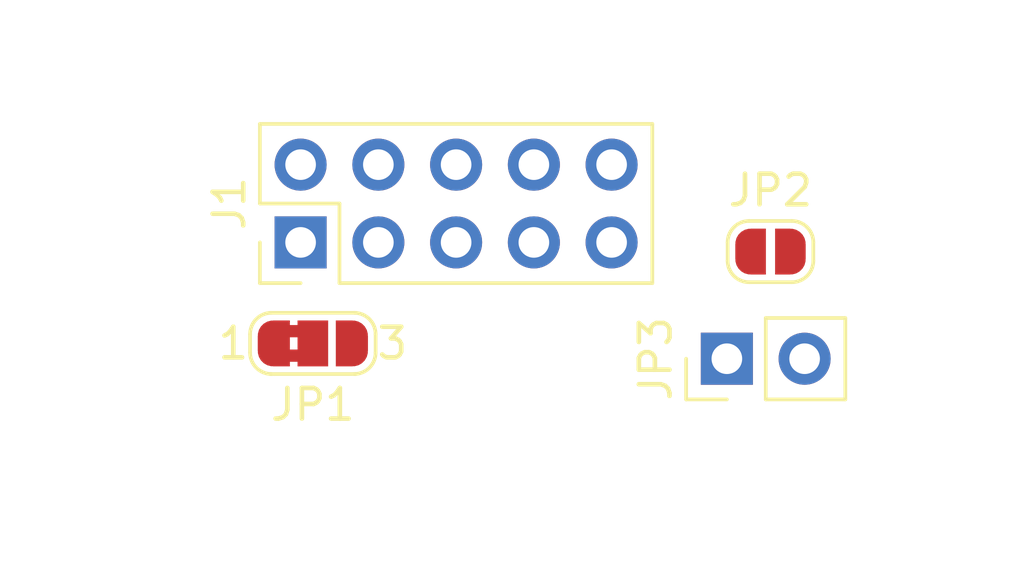
<source format=kicad_pcb>
(kicad_pcb (version 20240108) (generator "pcbnew") (generator_version "8.0")
  (layers (0 "F.Cu" signal) (31 "B.Cu" signal) (34 "B.Paste" user) (35 "F.Paste" user) (36 "B.SilkS" user "B.Silkscreen") (37 "F.SilkS" user "F.Silkscreen") (38 "B.Mask" user) (39 "F.Mask" user) (44 "Edge.Cuts" user))
  (net 0 "")
  (net 1 "/RXD")
  (net 4 "/TXD")
  (net 5 "+5V")
  (net 6 "+3V3")
  (net 8 "GND")
  (net 9 "Net-(JP1-A)")
  (net 10 "VDD")
  (footprint "Jumper:SolderJumper-2_P1.3mm_Open_RoundedPad1.0x1.5mm" (layer "F.Cu") (at 70.15 40)
    (property "Reference" "JP2" (at 0 -2 0) (layer "F.SilkS"))
    (property "Value" "SolderJumper_2_Open")
    (fp_line (start -1.4 0.3) (end -1.4 -0.3) (stroke (width 0.12)) (layer "F.SilkS"))
    (fp_line (start -0.7 -1) (end 0.7 -1) (stroke (width 0.12)) (layer "F.SilkS"))
    (fp_line (start 0.7 1) (end -0.7 1) (stroke (width 0.12)) (layer "F.SilkS"))
    (fp_line (start 1.4 -0.3) (end 1.4 0.3) (stroke (width 0.12)) (layer "F.SilkS"))
    (fp_arc (start -1.4 -0.3) (mid -1.194975 -0.794975) (end -0.7 -1) (stroke (width 0.12)) (layer "F.SilkS"))
    (fp_arc (start -0.7 1) (mid -1.194975 0.794975) (end -1.4 0.3) (stroke (width 0.12)) (layer "F.SilkS"))
    (fp_arc (start 0.7 -1) (mid 1.194975 -0.794975) (end 1.4 -0.3) (stroke (width 0.12)) (layer "F.SilkS"))
    (fp_arc (start 1.4 0.3) (mid 1.194975 0.794975) (end 0.7 1) (stroke (width 0.12)) (layer "F.SilkS"))
    (pad "1" smd custom (at -0.65 0) (size 1 0.5) (layers "F.Cu" "F.Mask") (net 9 "Net-(JP1-A)") (options (clearance outline) (anchor rect)) (primitives (gr_circle (center 0 0.25) (end 0.5 0.25) (width 0) (fill yes)) (gr_circle (center 0 -0.25) (end 0.5 -0.25) (width 0) (fill yes)) (gr_poly (pts (xy 0.5 0.75) (xy 0 0.75) (xy 0 -0.75) (xy 0.5 -0.75)) (width 0) (fill yes))))
    (pad "2" smd custom (at 0.65 0) (size 1 0.5) (layers "F.Cu" "F.Mask") (net 10 "VDD") (options (clearance outline) (anchor rect)) (primitives (gr_circle (center 0 0.25) (end 0.5 0.25) (width 0) (fill yes)) (gr_circle (center 0 -0.25) (end 0.5 -0.25) (width 0) (fill yes)) (gr_poly (pts (xy 0 0.75) (xy -0.5 0.75) (xy -0.5 -0.75) (xy 0 -0.75)) (width 0) (fill yes))))
  )
  (footprint "Connector_PinHeader_2.54mm:PinHeader_2x05_P2.54mm_Vertical" (layer "F.Cu") (at 54.8 39.7 90)
    (property "Reference" "J1" (at 1.27 -2.33 -90) (layer "F.SilkS"))
    (property "Value" "Raspberry_Pi_2_3")
    (fp_line (start 3.87 -1.33) (end 3.87 11.49) (stroke (width 0.12)) (layer "F.SilkS"))
    (fp_line (start 1.27 -1.33) (end 3.87 -1.33) (stroke (width 0.12)) (layer "F.SilkS"))
    (fp_line (start -1.33 -1.33) (end 0 -1.33) (stroke (width 0.12)) (layer "F.SilkS"))
    (fp_line (start -1.33 0) (end -1.33 -1.33) (stroke (width 0.12)) (layer "F.SilkS"))
    (fp_line (start 1.27 1.27) (end 1.27 -1.33) (stroke (width 0.12)) (layer "F.SilkS"))
    (fp_line (start -1.33 1.27) (end 1.27 1.27) (stroke (width 0.12)) (layer "F.SilkS"))
    (fp_line (start -1.33 1.27) (end -1.33 11.49) (stroke (width 0.12)) (layer "F.SilkS"))
    (fp_line (start -1.33 11.49) (end 3.87 11.49) (stroke (width 0.12)) (layer "F.SilkS"))
    (pad "1" thru_hole rect (at 0 0 90) (size 1.7 1.7) (drill 1) (layers "*.Cu" "*.Mask") (net 6 "+3V3"))
    (pad "2" thru_hole oval (at 2.54 0 90) (size 1.7 1.7) (drill 1) (layers "*.Cu" "*.Mask") (net 5 "+5V"))
    (pad "3" thru_hole oval (at 0 2.54 90) (size 1.7 1.7) (drill 1) (layers "*.Cu" "*.Mask"))
    (pad "4" thru_hole oval (at 2.54 2.54 90) (size 1.7 1.7) (drill 1) (layers "*.Cu" "*.Mask") (net 5 "+5V"))
    (pad "5" thru_hole oval (at 0 5.08 90) (size 1.7 1.7) (drill 1) (layers "*.Cu" "*.Mask"))
    (pad "6" thru_hole oval (at 2.54 5.08 90) (size 1.7 1.7) (drill 1) (layers "*.Cu" "*.Mask") (net 8 "GND"))
    (pad "7" thru_hole oval (at 0 7.62 90) (size 1.7 1.7) (drill 1) (layers "*.Cu" "*.Mask"))
    (pad "8" thru_hole oval (at 2.54 7.62 90) (size 1.7 1.7) (drill 1) (layers "*.Cu" "*.Mask") (net 4 "/TXD"))
    (pad "9" thru_hole oval (at 0 10.16 90) (size 1.7 1.7) (drill 1) (layers "*.Cu" "*.Mask") (net 8 "GND"))
    (pad "10" thru_hole oval (at 2.54 10.16 90) (size 1.7 1.7) (drill 1) (layers "*.Cu" "*.Mask") (net 1 "/RXD"))
  )
  (footprint "Jumper:SolderJumper-3_P1.3mm_Bridged2Bar12_RoundedPad1.0x1.5mm_NumberLabels" (layer "F.Cu") (at 55.2 43)
    (property "Reference" "JP1" (at 0 2 360) (layer "F.SilkS"))
    (property "Value" "SolderJumper_3_Bridged12")
    (fp_poly (pts (xy -0.9 -0.6) (xy -0.4 -0.6) (xy -0.4 -0.2) (xy -0.9 -0.2)) (fill solid) (layer "F.Cu"))
    (fp_poly (pts (xy -0.9 0.2) (xy -0.4 0.2) (xy -0.4 0.6) (xy -0.9 0.6)) (fill solid) (layer "F.Cu"))
    (fp_line (start -2.05 0.3) (end -2.05 -0.3) (stroke (width 0.12)) (layer "F.SilkS"))
    (fp_line (start -1.4 -1) (end 1.4 -1) (stroke (width 0.12)) (layer "F.SilkS"))
    (fp_line (start 1.4 1) (end -1.4 1) (stroke (width 0.12)) (layer "F.SilkS"))
    (fp_line (start 2.05 -0.3) (end 2.05 0.3) (stroke (width 0.12)) (layer "F.SilkS"))
    (fp_arc (start -2.05 -0.3) (mid -1.844975 -0.794975) (end -1.35 -1) (stroke (width 0.12)) (layer "F.SilkS"))
    (fp_arc (start -1.35 1) (mid -1.844975 0.794975) (end -2.05 0.3) (stroke (width 0.12)) (layer "F.SilkS"))
    (fp_arc (start 1.35 -1) (mid 1.844975 -0.794975) (end 2.05 -0.3) (stroke (width 0.12)) (layer "F.SilkS"))
    (fp_arc (start 2.05 0.3) (mid 1.844975 0.794975) (end 1.35 1) (stroke (width 0.12)) (layer "F.SilkS"))
    (fp_text user "1" (at -2.6 0 360) (layer "F.SilkS"))
    (fp_text user "3" (at 2.6 0 360) (layer "F.SilkS"))
    (pad "1" smd custom (at -1.3 0) (size 1 0.5) (layers "F.Cu" "F.Mask") (net 9 "Net-(JP1-A)") (options (clearance outline) (anchor rect)) (primitives (gr_circle (center 0 0.25) (end 0.5 0.25) (width 0) (fill yes)) (gr_circle (center 0 -0.25) (end 0.5 -0.25) (width 0) (fill yes)) (gr_poly (pts (xy 0.55 0.75) (xy 0 0.75) (xy 0 -0.75) (xy 0.55 -0.75)) (width 0) (fill yes))))
    (pad "2" smd rect (at 0 0) (size 1 1.5) (layers "F.Cu" "F.Mask") (net 5 "+5V"))
    (pad "3" smd custom (at 1.3 0) (size 1 0.5) (layers "F.Cu" "F.Mask") (net 6 "+3V3") (options (clearance outline) (anchor rect)) (primitives (gr_circle (center 0 0.25) (end 0.5 0.25) (width 0) (fill yes)) (gr_circle (center 0 -0.25) (end 0.5 -0.25) (width 0) (fill yes)) (gr_poly (pts (xy 0 0.75) (xy -0.55 0.75) (xy -0.55 -0.75) (xy 0 -0.75)) (width 0) (fill yes))))
  )
  (footprint "Connector_PinHeader_2.54mm:PinHeader_1x02_P2.54mm_Vertical" (layer "F.Cu") (at 68.725 43.5 90)
    (property "Reference" "JP3" (at 0 -2.33 -90) (layer "F.SilkS"))
    (property "Value" "Jumper_2_Bridged")
    (fp_line (start -1.33 -1.33) (end 0 -1.33) (stroke (width 0.12)) (layer "F.SilkS"))
    (fp_line (start -1.33 0) (end -1.33 -1.33) (stroke (width 0.12)) (layer "F.SilkS"))
    (fp_line (start 1.33 1.27) (end 1.33 3.87) (stroke (width 0.12)) (layer "F.SilkS"))
    (fp_line (start -1.33 1.27) (end 1.33 1.27) (stroke (width 0.12)) (layer "F.SilkS"))
    (fp_line (start -1.33 1.27) (end -1.33 3.87) (stroke (width 0.12)) (layer "F.SilkS"))
    (fp_line (start -1.33 3.87) (end 1.33 3.87) (stroke (width 0.12)) (layer "F.SilkS"))
    (pad "1" thru_hole rect (at 0 0 90) (size 1.7 1.7) (drill 1) (layers "*.Cu" "*.Mask") (net 9 "Net-(JP1-A)"))
    (pad "2" thru_hole oval (at 0 2.54 90) (size 1.7 1.7) (drill 1) (layers "*.Cu" "*.Mask") (net 10 "VDD"))
  )
)
</source>
